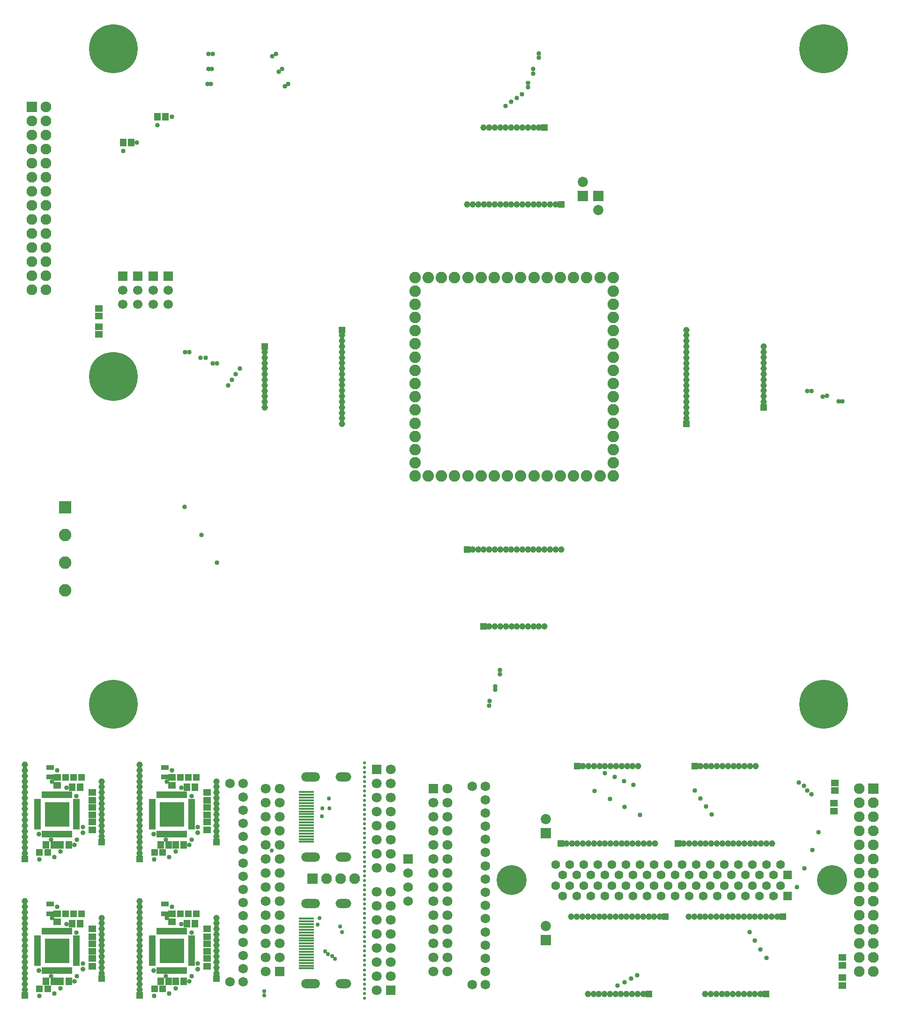
<source format=gts>
G04*
G04 #@! TF.GenerationSoftware,Altium Limited,Altium Designer,20.0.14 (345)*
G04*
G04 Layer_Color=8388736*
%FSLAX43Y43*%
%MOMM*%
G71*
G01*
G75*
%ADD47C,1.950*%
%ADD63R,1.350X1.200*%
%ADD64R,2.750X0.450*%
%ADD65R,1.200X1.350*%
%ADD66R,1.350X0.950*%
%ADD67R,1.200X0.550*%
%ADD68R,0.550X1.200*%
%ADD69R,4.400X4.400*%
%ADD70R,1.250X1.350*%
%ADD71R,1.350X1.250*%
%ADD72R,1.250X1.250*%
%ADD73C,0.550*%
%ADD74C,1.725*%
%ADD75C,1.150*%
%ADD76R,1.150X1.150*%
%ADD77C,1.850*%
%ADD78R,1.850X1.850*%
%ADD79C,1.950*%
%ADD80R,1.950X1.950*%
%ADD81R,1.608X1.608*%
%ADD82C,5.400*%
%ADD83C,1.608*%
%ADD84C,0.850*%
%ADD85C,1.750*%
%ADD86R,1.750X1.750*%
%ADD87C,1.800*%
%ADD88R,1.800X1.800*%
%ADD89R,1.950X1.950*%
%ADD90O,3.450X1.650*%
%ADD91O,2.850X1.650*%
%ADD92C,0.750*%
%ADD93C,2.250*%
%ADD94R,2.250X2.250*%
%ADD95R,1.150X1.150*%
%ADD96C,2.078*%
%ADD97R,1.700X1.700*%
%ADD98C,1.700*%
%ADD99C,8.800*%
%ADD100C,0.900*%
D47*
X60774Y21765D02*
D03*
X58234D02*
D03*
X55694D02*
D03*
D63*
X147379Y35417D02*
D03*
Y34017D02*
D03*
X147506Y39100D02*
D03*
Y37700D02*
D03*
X148903Y6139D02*
D03*
Y7539D02*
D03*
Y2521D02*
D03*
Y3921D02*
D03*
X14504Y123373D02*
D03*
Y124773D02*
D03*
Y120071D02*
D03*
Y121471D02*
D03*
X34044Y8648D02*
D03*
Y10048D02*
D03*
Y11315D02*
D03*
Y12715D02*
D03*
Y5981D02*
D03*
Y7381D02*
D03*
Y33290D02*
D03*
Y34690D02*
D03*
Y35957D02*
D03*
Y37357D02*
D03*
Y30623D02*
D03*
Y32023D02*
D03*
X13296Y8648D02*
D03*
Y10048D02*
D03*
Y11315D02*
D03*
Y12715D02*
D03*
Y5981D02*
D03*
Y7381D02*
D03*
Y33290D02*
D03*
Y34690D02*
D03*
Y35957D02*
D03*
Y37357D02*
D03*
Y30623D02*
D03*
Y32023D02*
D03*
D64*
X52022Y14581D02*
D03*
Y14081D02*
D03*
Y13581D02*
D03*
Y13081D02*
D03*
Y12581D02*
D03*
Y12081D02*
D03*
Y11581D02*
D03*
Y11081D02*
D03*
Y10581D02*
D03*
Y10081D02*
D03*
Y9581D02*
D03*
Y9081D02*
D03*
Y8581D02*
D03*
Y8081D02*
D03*
Y7581D02*
D03*
Y7081D02*
D03*
Y6581D02*
D03*
Y6081D02*
D03*
Y5581D02*
D03*
Y37441D02*
D03*
Y36941D02*
D03*
Y36441D02*
D03*
Y35941D02*
D03*
Y35441D02*
D03*
Y34941D02*
D03*
Y34441D02*
D03*
Y33941D02*
D03*
Y33441D02*
D03*
Y32941D02*
D03*
Y32441D02*
D03*
Y31941D02*
D03*
Y31441D02*
D03*
Y30941D02*
D03*
Y30441D02*
D03*
Y29941D02*
D03*
Y29441D02*
D03*
Y28941D02*
D03*
Y28441D02*
D03*
D65*
X20349Y154680D02*
D03*
X18949D02*
D03*
X26507Y159379D02*
D03*
X25107D02*
D03*
D66*
X26424Y15483D02*
D03*
Y17183D02*
D03*
Y40125D02*
D03*
Y41825D02*
D03*
X5676Y15483D02*
D03*
Y17183D02*
D03*
Y40125D02*
D03*
Y41825D02*
D03*
D67*
X24144Y6261D02*
D03*
Y6761D02*
D03*
Y7261D02*
D03*
Y7761D02*
D03*
Y8261D02*
D03*
Y8761D02*
D03*
Y9261D02*
D03*
Y9761D02*
D03*
Y10261D02*
D03*
Y10761D02*
D03*
Y11261D02*
D03*
X31244D02*
D03*
Y10761D02*
D03*
Y10261D02*
D03*
Y9761D02*
D03*
Y9261D02*
D03*
Y8761D02*
D03*
Y8261D02*
D03*
Y7761D02*
D03*
Y7261D02*
D03*
Y6761D02*
D03*
Y6261D02*
D03*
X24144Y30903D02*
D03*
Y31403D02*
D03*
Y31903D02*
D03*
Y32403D02*
D03*
Y32903D02*
D03*
Y33403D02*
D03*
Y33903D02*
D03*
Y34403D02*
D03*
Y34903D02*
D03*
Y35403D02*
D03*
Y35903D02*
D03*
X31244D02*
D03*
Y35403D02*
D03*
Y34903D02*
D03*
Y34403D02*
D03*
Y33903D02*
D03*
Y33403D02*
D03*
Y32903D02*
D03*
Y32403D02*
D03*
Y31903D02*
D03*
Y31403D02*
D03*
Y30903D02*
D03*
X3396Y6261D02*
D03*
Y6761D02*
D03*
Y7261D02*
D03*
Y7761D02*
D03*
Y8261D02*
D03*
Y8761D02*
D03*
Y9261D02*
D03*
Y9761D02*
D03*
Y10261D02*
D03*
Y10761D02*
D03*
Y11261D02*
D03*
X10496D02*
D03*
Y10761D02*
D03*
Y10261D02*
D03*
Y9761D02*
D03*
Y9261D02*
D03*
Y8761D02*
D03*
Y8261D02*
D03*
Y7761D02*
D03*
Y7261D02*
D03*
Y6761D02*
D03*
Y6261D02*
D03*
X3396Y30903D02*
D03*
Y31403D02*
D03*
Y31903D02*
D03*
Y32403D02*
D03*
Y32903D02*
D03*
Y33403D02*
D03*
Y33903D02*
D03*
Y34403D02*
D03*
Y34903D02*
D03*
Y35403D02*
D03*
Y35903D02*
D03*
X10496D02*
D03*
Y35403D02*
D03*
Y34903D02*
D03*
Y34403D02*
D03*
Y33903D02*
D03*
Y33403D02*
D03*
Y32903D02*
D03*
Y32403D02*
D03*
Y31903D02*
D03*
Y31403D02*
D03*
Y30903D02*
D03*
D68*
X25194Y12311D02*
D03*
X25694D02*
D03*
X26194D02*
D03*
X26694D02*
D03*
X27194D02*
D03*
X27694D02*
D03*
X28194D02*
D03*
X28694D02*
D03*
X29194D02*
D03*
X29694D02*
D03*
X30194D02*
D03*
Y5211D02*
D03*
X25194D02*
D03*
X29694D02*
D03*
X29194D02*
D03*
X28694D02*
D03*
X28194D02*
D03*
X27694D02*
D03*
X25694D02*
D03*
X26194D02*
D03*
X26694D02*
D03*
X27194D02*
D03*
X25194Y36953D02*
D03*
X25694D02*
D03*
X26194D02*
D03*
X26694D02*
D03*
X27194D02*
D03*
X27694D02*
D03*
X28194D02*
D03*
X28694D02*
D03*
X29194D02*
D03*
X29694D02*
D03*
X30194D02*
D03*
Y29853D02*
D03*
X25194D02*
D03*
X29694D02*
D03*
X29194D02*
D03*
X28694D02*
D03*
X28194D02*
D03*
X27694D02*
D03*
X25694D02*
D03*
X26194D02*
D03*
X26694D02*
D03*
X27194D02*
D03*
X4446Y12311D02*
D03*
X4946D02*
D03*
X5446D02*
D03*
X5946D02*
D03*
X6446D02*
D03*
X6946D02*
D03*
X7446D02*
D03*
X7946D02*
D03*
X8446D02*
D03*
X8946D02*
D03*
X9446D02*
D03*
Y5211D02*
D03*
X4446D02*
D03*
X8946D02*
D03*
X8446D02*
D03*
X7946D02*
D03*
X7446D02*
D03*
X6946D02*
D03*
X4946D02*
D03*
X5446D02*
D03*
X5946D02*
D03*
X6446D02*
D03*
X4446Y36953D02*
D03*
X4946D02*
D03*
X5446D02*
D03*
X5946D02*
D03*
X6446D02*
D03*
X6946D02*
D03*
X7446D02*
D03*
X7946D02*
D03*
X8446D02*
D03*
X8946D02*
D03*
X9446D02*
D03*
Y29853D02*
D03*
X4446D02*
D03*
X8946D02*
D03*
X8446D02*
D03*
X7946D02*
D03*
X7446D02*
D03*
X6946D02*
D03*
X4946D02*
D03*
X5446D02*
D03*
X5946D02*
D03*
X6446D02*
D03*
D69*
X27694Y8761D02*
D03*
Y33403D02*
D03*
X6946Y8761D02*
D03*
Y33403D02*
D03*
D70*
X25699Y3252D02*
D03*
X27149D02*
D03*
X29816D02*
D03*
X28366D02*
D03*
X30435Y13666D02*
D03*
X31885D02*
D03*
X25699Y27894D02*
D03*
X27149D02*
D03*
X29816D02*
D03*
X28366D02*
D03*
X30435Y38308D02*
D03*
X31885D02*
D03*
X4951Y3252D02*
D03*
X6401D02*
D03*
X9068D02*
D03*
X7618D02*
D03*
X9687Y13666D02*
D03*
X11137D02*
D03*
X4951Y27894D02*
D03*
X6401D02*
D03*
X9068D02*
D03*
X7618D02*
D03*
X9687Y38308D02*
D03*
X11137D02*
D03*
D71*
X27694Y15444D02*
D03*
Y13994D02*
D03*
Y40086D02*
D03*
Y38636D02*
D03*
X6946Y15444D02*
D03*
Y13994D02*
D03*
Y40086D02*
D03*
Y38636D02*
D03*
D72*
X26006Y1855D02*
D03*
X24556D02*
D03*
X32139Y15444D02*
D03*
X30689D02*
D03*
X30688D02*
D03*
X29238D02*
D03*
X26006Y26497D02*
D03*
X24556D02*
D03*
X32139Y40086D02*
D03*
X30689D02*
D03*
X30688D02*
D03*
X29238D02*
D03*
X5258Y1855D02*
D03*
X3808D02*
D03*
X11391Y15444D02*
D03*
X9941D02*
D03*
X9940D02*
D03*
X8490D02*
D03*
X5258Y26497D02*
D03*
X3808D02*
D03*
X11391Y40086D02*
D03*
X9941D02*
D03*
X9940D02*
D03*
X8490D02*
D03*
D73*
X62484Y2773D02*
D03*
Y1923D02*
D03*
Y1073D02*
D03*
Y223D02*
D03*
Y42723D02*
D03*
Y41873D02*
D03*
Y41023D02*
D03*
Y40173D02*
D03*
Y39323D02*
D03*
Y38473D02*
D03*
Y37623D02*
D03*
Y36773D02*
D03*
Y35923D02*
D03*
Y35073D02*
D03*
Y34223D02*
D03*
D03*
D03*
Y33373D02*
D03*
Y32523D02*
D03*
Y18923D02*
D03*
Y19773D02*
D03*
Y20623D02*
D03*
Y21473D02*
D03*
Y22323D02*
D03*
Y23173D02*
D03*
Y24023D02*
D03*
Y24873D02*
D03*
Y25723D02*
D03*
Y26573D02*
D03*
Y27423D02*
D03*
Y28273D02*
D03*
Y29123D02*
D03*
Y29973D02*
D03*
Y30823D02*
D03*
Y31673D02*
D03*
Y7873D02*
D03*
Y7023D02*
D03*
Y6173D02*
D03*
Y5323D02*
D03*
Y4473D02*
D03*
Y3623D02*
D03*
Y2773D02*
D03*
Y8723D02*
D03*
Y9573D02*
D03*
Y10423D02*
D03*
D03*
D03*
Y11273D02*
D03*
Y12123D02*
D03*
Y12973D02*
D03*
Y13823D02*
D03*
Y14673D02*
D03*
Y15523D02*
D03*
Y16373D02*
D03*
Y17223D02*
D03*
Y18073D02*
D03*
Y18923D02*
D03*
D74*
X40572Y10290D02*
D03*
Y27003D02*
D03*
Y36554D02*
D03*
Y3127D02*
D03*
Y12678D02*
D03*
Y19841D02*
D03*
X38185Y3127D02*
D03*
X40572Y38941D02*
D03*
Y29391D02*
D03*
Y31779D02*
D03*
Y34166D02*
D03*
Y22228D02*
D03*
Y24616D02*
D03*
Y15065D02*
D03*
Y17453D02*
D03*
Y5515D02*
D03*
Y7903D02*
D03*
X38185Y38941D02*
D03*
X82000Y38433D02*
D03*
X84387Y7395D02*
D03*
Y5007D02*
D03*
Y16945D02*
D03*
Y14557D02*
D03*
Y24108D02*
D03*
Y21720D02*
D03*
Y33658D02*
D03*
Y31271D02*
D03*
Y28883D02*
D03*
Y38433D02*
D03*
X82000Y2619D02*
D03*
X84387Y19333D02*
D03*
Y12170D02*
D03*
Y2619D02*
D03*
Y36046D02*
D03*
Y26495D02*
D03*
Y9782D02*
D03*
D75*
X114980Y28124D02*
D03*
X113980D02*
D03*
X112968D02*
D03*
X111968D02*
D03*
X110968D02*
D03*
X109968D02*
D03*
X107968D02*
D03*
X108968D02*
D03*
X98991D02*
D03*
X99991D02*
D03*
X100991D02*
D03*
X101991D02*
D03*
X102991D02*
D03*
X103991D02*
D03*
X104991D02*
D03*
X105991D02*
D03*
X106991D02*
D03*
X110974Y42073D02*
D03*
X111974D02*
D03*
X101997D02*
D03*
X102997D02*
D03*
X103997D02*
D03*
X104997D02*
D03*
X105997D02*
D03*
X106997D02*
D03*
X107997D02*
D03*
X108997D02*
D03*
X109997D02*
D03*
X126088Y956D02*
D03*
X127088D02*
D03*
X128088D02*
D03*
X129088D02*
D03*
X130088D02*
D03*
X131088D02*
D03*
X132088D02*
D03*
X133088D02*
D03*
X134088D02*
D03*
X124111D02*
D03*
X125111D02*
D03*
X129094Y14905D02*
D03*
X130094D02*
D03*
X131094D02*
D03*
X132094D02*
D03*
X133094D02*
D03*
X134094D02*
D03*
X135094D02*
D03*
X136094D02*
D03*
X137094D02*
D03*
X127117D02*
D03*
X128117D02*
D03*
X126117D02*
D03*
X125117D02*
D03*
X124117D02*
D03*
X123117D02*
D03*
X122105D02*
D03*
X121105D02*
D03*
X136189Y28124D02*
D03*
X135189D02*
D03*
X134177D02*
D03*
X133177D02*
D03*
X132177D02*
D03*
X131177D02*
D03*
X129177D02*
D03*
X130177D02*
D03*
X120200D02*
D03*
X121200D02*
D03*
X122200D02*
D03*
X123200D02*
D03*
X124200D02*
D03*
X125200D02*
D03*
X126200D02*
D03*
X127200D02*
D03*
X128200D02*
D03*
X132183Y42073D02*
D03*
X133183D02*
D03*
X123206D02*
D03*
X124206D02*
D03*
X125206D02*
D03*
X126206D02*
D03*
X127206D02*
D03*
X128206D02*
D03*
X129206D02*
D03*
X130206D02*
D03*
X131206D02*
D03*
X104879Y946D02*
D03*
X105879D02*
D03*
X106879D02*
D03*
X107879D02*
D03*
X108879D02*
D03*
X109879D02*
D03*
X110879D02*
D03*
X111879D02*
D03*
X112879D02*
D03*
X102902D02*
D03*
X103902D02*
D03*
X107885Y14895D02*
D03*
X108885D02*
D03*
X109885D02*
D03*
X110885D02*
D03*
X111885D02*
D03*
X112885D02*
D03*
X113885D02*
D03*
X114885D02*
D03*
X115885D02*
D03*
X105908D02*
D03*
X106908D02*
D03*
X104908D02*
D03*
X103908D02*
D03*
X102908D02*
D03*
X101908D02*
D03*
X100896D02*
D03*
X99896D02*
D03*
X81067Y143514D02*
D03*
X82067D02*
D03*
X83078D02*
D03*
X84078D02*
D03*
X85078D02*
D03*
X86078D02*
D03*
X88078D02*
D03*
X87078D02*
D03*
X97055D02*
D03*
X96055D02*
D03*
X95055D02*
D03*
X94055D02*
D03*
X93055D02*
D03*
X92055D02*
D03*
X91055D02*
D03*
X90055D02*
D03*
X89055D02*
D03*
X85073Y157463D02*
D03*
X84073D02*
D03*
X94050D02*
D03*
X93050D02*
D03*
X92050D02*
D03*
X91050D02*
D03*
X90050D02*
D03*
X89050D02*
D03*
X88050D02*
D03*
X87050D02*
D03*
X86050D02*
D03*
X44487Y108877D02*
D03*
Y109877D02*
D03*
Y110877D02*
D03*
Y111877D02*
D03*
Y112877D02*
D03*
Y113877D02*
D03*
Y114877D02*
D03*
Y115877D02*
D03*
Y116877D02*
D03*
Y106900D02*
D03*
Y107900D02*
D03*
X58436Y111883D02*
D03*
Y112883D02*
D03*
Y113883D02*
D03*
Y114883D02*
D03*
Y115883D02*
D03*
Y116883D02*
D03*
Y117883D02*
D03*
Y118883D02*
D03*
Y119883D02*
D03*
Y109906D02*
D03*
Y110906D02*
D03*
Y108906D02*
D03*
Y107906D02*
D03*
Y106906D02*
D03*
Y105906D02*
D03*
Y104894D02*
D03*
Y103894D02*
D03*
X120687Y120883D02*
D03*
Y119883D02*
D03*
Y118871D02*
D03*
Y117871D02*
D03*
Y116871D02*
D03*
Y115871D02*
D03*
Y113871D02*
D03*
Y114871D02*
D03*
Y104894D02*
D03*
Y105894D02*
D03*
Y106894D02*
D03*
Y107894D02*
D03*
Y108894D02*
D03*
Y109894D02*
D03*
Y110894D02*
D03*
Y111894D02*
D03*
Y112894D02*
D03*
X134636Y116877D02*
D03*
Y117877D02*
D03*
Y107900D02*
D03*
Y108900D02*
D03*
Y109900D02*
D03*
Y110900D02*
D03*
Y111900D02*
D03*
Y112900D02*
D03*
Y113900D02*
D03*
Y114900D02*
D03*
Y115900D02*
D03*
X93073Y67314D02*
D03*
X92073D02*
D03*
X91073D02*
D03*
X90073D02*
D03*
X89073D02*
D03*
X88073D02*
D03*
X87073D02*
D03*
X86073D02*
D03*
X85073D02*
D03*
X95050D02*
D03*
X94050D02*
D03*
X90067Y81263D02*
D03*
X89067D02*
D03*
X88067D02*
D03*
X87067D02*
D03*
X86067D02*
D03*
X85067D02*
D03*
X84067D02*
D03*
X83067D02*
D03*
X82067D02*
D03*
X92044D02*
D03*
X91044D02*
D03*
X93044D02*
D03*
X94044D02*
D03*
X95044D02*
D03*
X96044D02*
D03*
X97055D02*
D03*
X98055D02*
D03*
X21852Y17713D02*
D03*
Y16713D02*
D03*
Y15702D02*
D03*
Y14702D02*
D03*
Y13702D02*
D03*
Y12702D02*
D03*
Y10702D02*
D03*
Y11702D02*
D03*
Y1725D02*
D03*
Y2725D02*
D03*
Y3725D02*
D03*
Y4725D02*
D03*
Y5725D02*
D03*
Y6725D02*
D03*
Y7725D02*
D03*
Y8725D02*
D03*
Y9725D02*
D03*
X35801Y13707D02*
D03*
Y14707D02*
D03*
Y4730D02*
D03*
Y5730D02*
D03*
Y6730D02*
D03*
Y7730D02*
D03*
Y8730D02*
D03*
Y9730D02*
D03*
Y10730D02*
D03*
Y11730D02*
D03*
Y12730D02*
D03*
X21852Y42355D02*
D03*
Y41355D02*
D03*
Y40344D02*
D03*
Y39344D02*
D03*
Y38344D02*
D03*
Y37344D02*
D03*
Y35344D02*
D03*
Y36344D02*
D03*
Y26367D02*
D03*
Y27367D02*
D03*
Y28367D02*
D03*
Y29367D02*
D03*
Y30367D02*
D03*
Y31367D02*
D03*
Y32367D02*
D03*
Y33367D02*
D03*
Y34367D02*
D03*
X35801Y38349D02*
D03*
Y39349D02*
D03*
Y29372D02*
D03*
Y30372D02*
D03*
Y31372D02*
D03*
Y32372D02*
D03*
Y33372D02*
D03*
Y34372D02*
D03*
Y35372D02*
D03*
Y36372D02*
D03*
Y37372D02*
D03*
X1104Y17713D02*
D03*
Y16713D02*
D03*
Y15702D02*
D03*
Y14702D02*
D03*
Y13702D02*
D03*
Y12702D02*
D03*
Y10702D02*
D03*
Y11702D02*
D03*
Y1725D02*
D03*
Y2725D02*
D03*
Y3725D02*
D03*
Y4725D02*
D03*
Y5725D02*
D03*
Y6725D02*
D03*
Y7725D02*
D03*
Y8725D02*
D03*
Y9725D02*
D03*
X15053Y13707D02*
D03*
Y14707D02*
D03*
Y4730D02*
D03*
Y5730D02*
D03*
Y6730D02*
D03*
Y7730D02*
D03*
Y8730D02*
D03*
Y9730D02*
D03*
Y10730D02*
D03*
Y11730D02*
D03*
Y12730D02*
D03*
X1104Y42355D02*
D03*
Y41355D02*
D03*
Y40344D02*
D03*
Y39344D02*
D03*
Y38344D02*
D03*
Y37344D02*
D03*
Y35344D02*
D03*
Y36344D02*
D03*
Y26367D02*
D03*
Y27367D02*
D03*
Y28367D02*
D03*
Y29367D02*
D03*
Y30367D02*
D03*
Y31367D02*
D03*
Y32367D02*
D03*
Y33367D02*
D03*
Y34367D02*
D03*
X15053Y38349D02*
D03*
Y39349D02*
D03*
Y29372D02*
D03*
Y30372D02*
D03*
Y31372D02*
D03*
Y32372D02*
D03*
Y33372D02*
D03*
Y34372D02*
D03*
Y35372D02*
D03*
Y36372D02*
D03*
Y37372D02*
D03*
D76*
X97991Y28124D02*
D03*
X100997Y42073D02*
D03*
X135088Y956D02*
D03*
X138094Y14905D02*
D03*
X119200Y28124D02*
D03*
X122206Y42073D02*
D03*
X113879Y946D02*
D03*
X116885Y14895D02*
D03*
X98055Y143514D02*
D03*
X95050Y157463D02*
D03*
X84073Y67314D02*
D03*
X81067Y81263D02*
D03*
D77*
X95309Y32558D02*
D03*
Y13254D02*
D03*
X102007Y147568D02*
D03*
X104801Y142488D02*
D03*
D78*
X95309Y30018D02*
D03*
Y10714D02*
D03*
X102007Y145028D02*
D03*
X104801D02*
D03*
D79*
X151951Y10079D02*
D03*
X154491D02*
D03*
X151951Y12619D02*
D03*
X154491D02*
D03*
X151951Y17699D02*
D03*
X154491D02*
D03*
X151951Y22779D02*
D03*
X154491D02*
D03*
X151951Y30399D02*
D03*
X154491D02*
D03*
X151951Y32939D02*
D03*
X154491D02*
D03*
X151951Y38019D02*
D03*
X154491Y35479D02*
D03*
X151951D02*
D03*
X154491Y27859D02*
D03*
X151951D02*
D03*
X154491Y25319D02*
D03*
X151951D02*
D03*
X154491Y20239D02*
D03*
X151951D02*
D03*
X154491Y15159D02*
D03*
X151951D02*
D03*
X154491Y7539D02*
D03*
Y4999D02*
D03*
X151951Y7539D02*
D03*
Y4999D02*
D03*
X4923Y133221D02*
D03*
X2383D02*
D03*
X4923Y135761D02*
D03*
X2383D02*
D03*
X4923Y140841D02*
D03*
X2383D02*
D03*
X4923Y145921D02*
D03*
X2383D02*
D03*
X4923Y153541D02*
D03*
X2383D02*
D03*
X4923Y156081D02*
D03*
X2383D02*
D03*
X4923Y161161D02*
D03*
X2383Y158621D02*
D03*
X4923D02*
D03*
X2383Y151001D02*
D03*
X4923D02*
D03*
X2383Y148461D02*
D03*
X4923D02*
D03*
X2383Y143381D02*
D03*
X4923D02*
D03*
X2383Y138301D02*
D03*
X4923D02*
D03*
X2383Y130681D02*
D03*
Y128141D02*
D03*
X4923Y130681D02*
D03*
Y128141D02*
D03*
D80*
X154491Y38019D02*
D03*
X2383Y161161D02*
D03*
D81*
X138997Y18652D02*
D03*
Y22462D02*
D03*
D82*
X146997Y21509D02*
D03*
X89087D02*
D03*
D83*
X136457Y18652D02*
D03*
X133917D02*
D03*
X131377D02*
D03*
X128837D02*
D03*
X126297D02*
D03*
X123757D02*
D03*
X121217D02*
D03*
X118677D02*
D03*
X116137D02*
D03*
X113597D02*
D03*
X111057D02*
D03*
X108517D02*
D03*
X105977D02*
D03*
X103437D02*
D03*
X100897D02*
D03*
X98357D02*
D03*
X137727Y20557D02*
D03*
X135187D02*
D03*
X132647D02*
D03*
X130107D02*
D03*
X127567D02*
D03*
X125027D02*
D03*
X122487D02*
D03*
X119947D02*
D03*
X117407D02*
D03*
X114867D02*
D03*
X112327D02*
D03*
X109787D02*
D03*
X107247D02*
D03*
X104707D02*
D03*
X102167D02*
D03*
X99627D02*
D03*
X97087D02*
D03*
X136457Y22462D02*
D03*
X133917D02*
D03*
X131377D02*
D03*
X128837D02*
D03*
X126297D02*
D03*
X123757D02*
D03*
X121217D02*
D03*
X118677D02*
D03*
X116137D02*
D03*
X113597D02*
D03*
X111057D02*
D03*
X108517D02*
D03*
X105977D02*
D03*
X103437D02*
D03*
X100897D02*
D03*
X98357D02*
D03*
X137727Y24367D02*
D03*
X135187D02*
D03*
X132647D02*
D03*
X130107D02*
D03*
X127567D02*
D03*
X125027D02*
D03*
X122487D02*
D03*
X119947D02*
D03*
X117407D02*
D03*
X114867D02*
D03*
X112327D02*
D03*
X109787D02*
D03*
X107247D02*
D03*
X104707D02*
D03*
X102167D02*
D03*
X99627D02*
D03*
X97087D02*
D03*
D84*
X144585Y30145D02*
D03*
X143488Y26981D02*
D03*
X140648Y20239D02*
D03*
X142068Y23691D02*
D03*
X132088Y12163D02*
D03*
X133088Y10655D02*
D03*
X134088Y9020D02*
D03*
X135160Y7512D02*
D03*
X141918Y38527D02*
D03*
X143315Y37003D02*
D03*
X142573Y37746D02*
D03*
X140972Y39164D02*
D03*
X104072Y37638D02*
D03*
X106866Y36202D02*
D03*
X109533Y34771D02*
D03*
X112327Y33320D02*
D03*
X122176Y37696D02*
D03*
X124207Y34798D02*
D03*
X123250Y36242D02*
D03*
X125250Y33352D02*
D03*
X110676Y3729D02*
D03*
X111819Y4364D02*
D03*
X109533Y3094D02*
D03*
X108252Y2451D02*
D03*
X105977Y40813D02*
D03*
X107733Y40142D02*
D03*
X111157Y38740D02*
D03*
X109398Y39424D02*
D03*
X29998Y88894D02*
D03*
X33046Y83814D02*
D03*
X35840Y78861D02*
D03*
X21362Y154680D02*
D03*
X18949Y153156D02*
D03*
X35078Y114877D02*
D03*
X33808Y115818D02*
D03*
X30887Y116834D02*
D03*
X85116Y53842D02*
D03*
X86132Y56509D02*
D03*
X87021Y59430D02*
D03*
X148200Y107945D02*
D03*
X145366Y108797D02*
D03*
X142520Y109849D02*
D03*
X92990Y168015D02*
D03*
X93013Y167126D02*
D03*
X94007Y170047D02*
D03*
X92112Y164691D02*
D03*
X92101Y165475D02*
D03*
X48159Y164840D02*
D03*
X45873Y170301D02*
D03*
X47016Y167507D02*
D03*
X34778Y165302D02*
D03*
X35081Y170681D02*
D03*
X34951Y168015D02*
D03*
X35892Y114877D02*
D03*
X30125Y116834D02*
D03*
X90030Y162769D02*
D03*
X25107Y157855D02*
D03*
X27712Y159379D02*
D03*
X39233Y112897D02*
D03*
X40031Y113913D02*
D03*
X38567Y111881D02*
D03*
X37872Y110865D02*
D03*
X32919Y115818D02*
D03*
X88037Y161284D02*
D03*
X89031Y162068D02*
D03*
X90958Y163443D02*
D03*
X87025Y58709D02*
D03*
X148870Y107944D02*
D03*
X146076Y108960D02*
D03*
X85062Y53026D02*
D03*
X86132Y55874D02*
D03*
X34316Y167992D02*
D03*
X34143Y165302D02*
D03*
X34316Y170682D02*
D03*
X46520D02*
D03*
X47634Y167992D02*
D03*
X48748Y165302D02*
D03*
X143282Y109849D02*
D03*
X94006Y170809D02*
D03*
X26805Y14682D02*
D03*
X27694Y16714D02*
D03*
X31250Y4141D02*
D03*
X29422Y13616D02*
D03*
X26642Y4202D02*
D03*
X24519Y625D02*
D03*
X28366Y2019D02*
D03*
X27194Y1085D02*
D03*
X30869Y3252D02*
D03*
X32393Y6427D02*
D03*
X31244Y12057D02*
D03*
X26805Y39324D02*
D03*
X27694Y41356D02*
D03*
X31250Y28783D02*
D03*
X29422Y38258D02*
D03*
X26642Y28844D02*
D03*
X24519Y25267D02*
D03*
X28366Y26661D02*
D03*
X27194Y25727D02*
D03*
X30869Y27894D02*
D03*
X32393Y31069D02*
D03*
X31244Y36699D02*
D03*
X6057Y14682D02*
D03*
X6946Y16714D02*
D03*
X10502Y4141D02*
D03*
X8674Y13616D02*
D03*
X5894Y4202D02*
D03*
X3771Y625D02*
D03*
X7618Y2019D02*
D03*
X6446Y1085D02*
D03*
X10121Y3252D02*
D03*
X11645Y6427D02*
D03*
X10496Y12057D02*
D03*
X6057Y39324D02*
D03*
X6946Y41356D02*
D03*
X10502Y28783D02*
D03*
X8674Y38258D02*
D03*
X5894Y28844D02*
D03*
X3771Y25267D02*
D03*
X7618Y26661D02*
D03*
X6446Y25727D02*
D03*
X10121Y27894D02*
D03*
X11645Y31069D02*
D03*
X10496Y36699D02*
D03*
D85*
X70417Y17732D02*
D03*
Y20272D02*
D03*
Y22812D02*
D03*
D86*
Y25352D02*
D03*
D87*
X64702Y19383D02*
D03*
Y16843D02*
D03*
X67242Y19383D02*
D03*
Y16843D02*
D03*
X64702Y9223D02*
D03*
X67242D02*
D03*
X64702Y6683D02*
D03*
X67242D02*
D03*
X64702Y1603D02*
D03*
X67242Y4143D02*
D03*
X64702D02*
D03*
X67242Y11763D02*
D03*
X64702D02*
D03*
X67242Y14303D02*
D03*
X64702D02*
D03*
X77529Y10112D02*
D03*
X74989D02*
D03*
X77529Y12652D02*
D03*
X74989D02*
D03*
X77529Y17732D02*
D03*
X74989D02*
D03*
X77529Y22812D02*
D03*
X74989D02*
D03*
X77529Y30432D02*
D03*
X74989D02*
D03*
X77529Y32972D02*
D03*
X74989D02*
D03*
X77529Y38052D02*
D03*
X74989Y35512D02*
D03*
X77529D02*
D03*
X74989Y27892D02*
D03*
X77529D02*
D03*
X74989Y25352D02*
D03*
X77529D02*
D03*
X74989Y20272D02*
D03*
X77529D02*
D03*
X74989Y15192D02*
D03*
X77529D02*
D03*
X74989Y7572D02*
D03*
Y5032D02*
D03*
X77529Y7572D02*
D03*
Y5032D02*
D03*
X67242Y28781D02*
D03*
X64702D02*
D03*
X67242Y31321D02*
D03*
X64702D02*
D03*
X67242Y38941D02*
D03*
X64702D02*
D03*
X67242Y41481D02*
D03*
X64702Y36401D02*
D03*
X67242D02*
D03*
X64702Y33861D02*
D03*
X67242D02*
D03*
X64702Y26241D02*
D03*
Y23701D02*
D03*
X67242Y26241D02*
D03*
Y23701D02*
D03*
X44645Y32941D02*
D03*
X47185D02*
D03*
X44645Y30401D02*
D03*
X47185D02*
D03*
X44645Y25321D02*
D03*
X47185D02*
D03*
X44645Y20241D02*
D03*
X47185D02*
D03*
X44645Y12621D02*
D03*
X47185D02*
D03*
X44645Y10081D02*
D03*
X47185D02*
D03*
X44645Y5001D02*
D03*
X47185Y7541D02*
D03*
X44645D02*
D03*
X47185Y15161D02*
D03*
X44645D02*
D03*
X47185Y17701D02*
D03*
X44645D02*
D03*
X47185Y22781D02*
D03*
X44645D02*
D03*
X47185Y27861D02*
D03*
X44645D02*
D03*
X47185Y35481D02*
D03*
Y38021D02*
D03*
X44645Y35481D02*
D03*
Y38021D02*
D03*
D88*
X67242Y1603D02*
D03*
X74989Y38052D02*
D03*
X64702Y41481D02*
D03*
X47185Y5001D02*
D03*
D89*
X53154Y21765D02*
D03*
D90*
X52782Y2831D02*
D03*
Y17331D02*
D03*
Y25691D02*
D03*
Y40191D02*
D03*
D91*
X58742Y2831D02*
D03*
Y17331D02*
D03*
Y25691D02*
D03*
Y40191D02*
D03*
D92*
X44391Y683D02*
D03*
Y1445D02*
D03*
X54805Y33068D02*
D03*
X56075Y36243D02*
D03*
X56202Y34465D02*
D03*
X54043Y13510D02*
D03*
X54424Y14653D02*
D03*
X45788Y26850D02*
D03*
X57218Y7287D02*
D03*
X56710Y7795D02*
D03*
X55948Y8176D02*
D03*
X55385Y8629D02*
D03*
X58107Y13129D02*
D03*
X58488Y12113D02*
D03*
X54932Y34465D02*
D03*
D93*
X8408Y73861D02*
D03*
Y83861D02*
D03*
Y78861D02*
D03*
D94*
Y88861D02*
D03*
D95*
X44487Y117877D02*
D03*
X58436Y120883D02*
D03*
X120687Y103894D02*
D03*
X134636Y106900D02*
D03*
X21852Y725D02*
D03*
X35801Y3730D02*
D03*
X21852Y25367D02*
D03*
X35801Y28372D02*
D03*
X1104Y725D02*
D03*
X15053Y3730D02*
D03*
X1104Y25367D02*
D03*
X15053Y28372D02*
D03*
D96*
X71654Y106420D02*
D03*
Y96869D02*
D03*
X95530Y130296D02*
D03*
X105080D02*
D03*
X71654D02*
D03*
Y120745D02*
D03*
Y113582D02*
D03*
X81204Y130296D02*
D03*
X88367D02*
D03*
X107468Y106420D02*
D03*
Y96869D02*
D03*
Y130296D02*
D03*
Y120745D02*
D03*
Y113582D02*
D03*
X97918Y130296D02*
D03*
X100305D02*
D03*
X102693D02*
D03*
X90755D02*
D03*
X93142D02*
D03*
X83592D02*
D03*
X85980D02*
D03*
X74042D02*
D03*
X76429D02*
D03*
X78817D02*
D03*
X95530Y94482D02*
D03*
X105080D02*
D03*
X71654D02*
D03*
X81204D02*
D03*
X88367D02*
D03*
X71654Y104032D02*
D03*
Y101644D02*
D03*
Y99257D02*
D03*
Y111195D02*
D03*
Y108807D02*
D03*
Y118358D02*
D03*
Y115970D02*
D03*
Y127908D02*
D03*
Y125520D02*
D03*
Y123133D02*
D03*
X107468Y94482D02*
D03*
X97918D02*
D03*
X100305D02*
D03*
X102693D02*
D03*
X90755D02*
D03*
X93142D02*
D03*
X83592D02*
D03*
X85980D02*
D03*
X74042D02*
D03*
X76429D02*
D03*
X78817D02*
D03*
X107468Y104032D02*
D03*
Y101644D02*
D03*
Y99257D02*
D03*
Y111195D02*
D03*
Y108807D02*
D03*
Y118358D02*
D03*
Y115970D02*
D03*
Y127908D02*
D03*
Y125520D02*
D03*
Y123133D02*
D03*
D97*
X18822Y130550D02*
D03*
X21574D02*
D03*
X24325D02*
D03*
X27077D02*
D03*
D98*
X18822Y128010D02*
D03*
Y125470D02*
D03*
X21574Y128010D02*
D03*
Y125470D02*
D03*
X24325Y128010D02*
D03*
Y125470D02*
D03*
X27077Y128010D02*
D03*
Y125470D02*
D03*
D99*
X145472Y53251D02*
D03*
X17148D02*
D03*
Y112451D02*
D03*
Y171651D02*
D03*
X145472D02*
D03*
D100*
X24392Y5157D02*
D03*
X32393Y5411D02*
D03*
X24392Y29799D02*
D03*
X32393Y30053D02*
D03*
X3644Y5157D02*
D03*
X11645Y5411D02*
D03*
X3644Y29799D02*
D03*
X11645Y30053D02*
D03*
M02*

</source>
